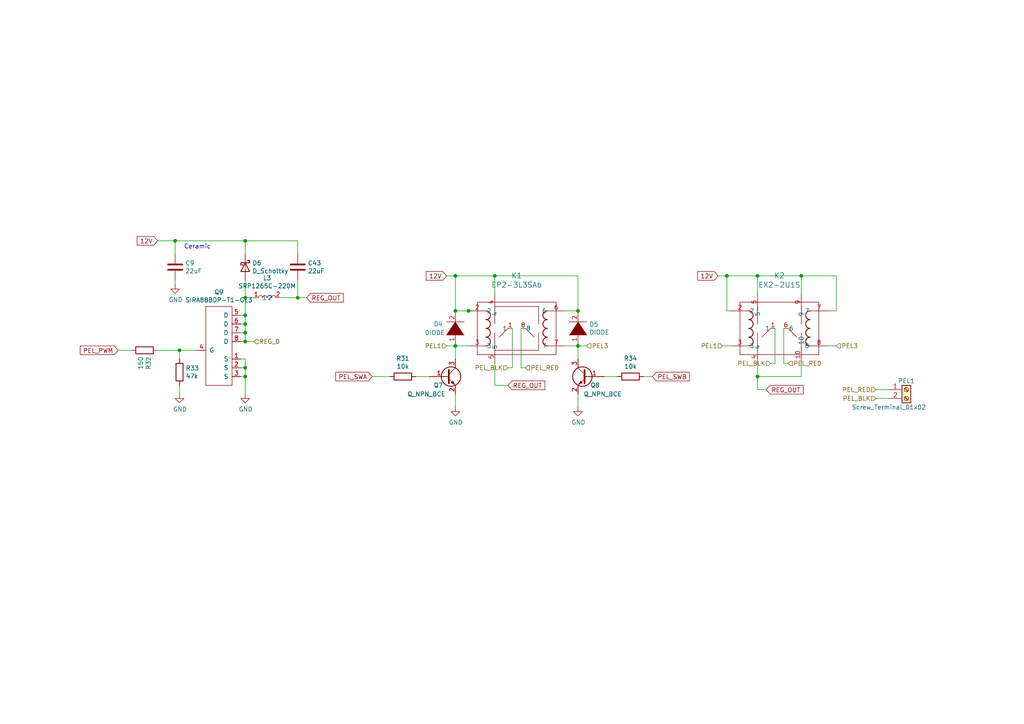
<source format=kicad_sch>
(kicad_sch (version 20211123) (generator eeschema)
  (paper "A4")
  (lib_symbols
    (symbol "Connector:Screw_Terminal_01x02" (pin_names (offset 1.016) hide)
      (property "Reference" "J" (at 0 2.54 0))
      (property "Value" "Screw_Terminal_01x02" (at 0 -5.08 0))
      (symbol "Screw_Terminal_01x02_1_1"
        (rectangle (start -1.27 1.27) (end 1.27 -3.81) (stroke (width 0.254)) (fill (type background)))
        (circle (center 0 -2.54) (radius 0.635) (stroke (width 0.1524)))
        (polyline (pts (xy -0.5334 -2.2098) (xy 0.3302 -3.048)) (stroke (width 0.1524)))
        (polyline (pts (xy -0.5334 0.3302) (xy 0.3302 -0.508)) (stroke (width 0.1524)))
        (polyline (pts (xy -0.3556 -2.032) (xy 0.508 -2.8702)) (stroke (width 0.1524)))
        (polyline (pts (xy -0.3556 0.508) (xy 0.508 -0.3302)) (stroke (width 0.1524)))
        (circle (center 0 0) (radius 0.635) (stroke (width 0.1524)))
        (pin passive line (at -5.08 0 0) (length 3.81) (name "Pin_1") (number "1"))
        (pin passive line (at -5.08 -2.54 0) (length 3.81) (name "Pin_2") (number "2"))
      )
    )
    (symbol "Device:C" (pin_numbers hide) (pin_names (offset 0.254))
      (property "Reference" "C" (at 0.635 2.54 0))
      (property "Value" "C" (at 0.635 -2.54 0))
      (symbol "C_0_1"
        (polyline (pts (xy -2.032 -0.762) (xy 2.032 -0.762)) (stroke (width 0.508)))
        (polyline (pts (xy -2.032 0.762) (xy 2.032 0.762)) (stroke (width 0.508)))
      )
      (symbol "C_1_1"
        (pin passive line (at 0 3.81 270) (length 2.794) (name "~") (number "1"))
        (pin passive line (at 0 -3.81 90) (length 2.794) (name "~") (number "2"))
      )
    )
    (symbol "Device:D_Schottky" (pin_numbers hide) (pin_names (offset 1.016) hide)
      (property "Reference" "D" (at 0 2.54 0))
      (property "Value" "D_Schottky" (at 0 -2.54 0))
      (symbol "D_Schottky_0_1"
        (polyline (pts (xy 1.27 0) (xy -1.27 0)))
        (polyline (pts (xy 1.27 1.27) (xy 1.27 -1.27) (xy -1.27 0) (xy 1.27 1.27)) (stroke (width 0.254)))
        (polyline (pts (xy -1.905 0.635) (xy -1.905 1.27) (xy -1.27 1.27) (xy -1.27 -1.27) (xy -0.635 -1.27) (xy -0.635 -0.635)) (stroke (width 0.254)))
      )
      (symbol "D_Schottky_1_1"
        (pin passive line (at -3.81 0 0) (length 2.54) (name "K") (number "1"))
        (pin passive line (at 3.81 0 180) (length 2.54) (name "A") (number "2"))
      )
    )
    (symbol "Device:Q_NPN_BEC" (pin_names (offset 0) hide)
      (property "Reference" "Q" (at 5.08 1.27 0))
      (property "Value" "Q_NPN_BEC" (at 5.08 -1.27 0))
      (symbol "Q_NPN_BEC_0_1"
        (polyline (pts (xy 0.635 0.635) (xy 2.54 2.54)))
        (polyline (pts (xy 0.635 -0.635) (xy 2.54 -2.54) (xy 2.54 -2.54)))
        (polyline (pts (xy 0.635 1.905) (xy 0.635 -1.905) (xy 0.635 -1.905)) (stroke (width 0.508)))
        (polyline (pts (xy 1.27 -1.778) (xy 1.778 -1.27) (xy 2.286 -2.286) (xy 1.27 -1.778) (xy 1.27 -1.778)) (fill (type outline)))
        (circle (center 1.27 0) (radius 2.8194) (stroke (width 0.254)))
      )
      (symbol "Q_NPN_BEC_1_1"
        (pin input line (at -5.08 0 0) (length 5.715) (name "B") (number "1"))
        (pin passive line (at 2.54 -5.08 90) (length 2.54) (name "E") (number "2"))
        (pin passive line (at 2.54 5.08 270) (length 2.54) (name "C") (number "3"))
      )
    )
    (symbol "Device:R" (pin_numbers hide) (pin_names (offset 0))
      (property "Reference" "R" (at 2.032 0 90))
      (property "Value" "R" (at 0 0 90))
      (symbol "R_0_1"
        (rectangle (start -1.016 -2.54) (end 1.016 2.54) (stroke (width 0.254)))
      )
      (symbol "R_1_1"
        (pin passive line (at 0 3.81 270) (length 1.27) (name "~") (number "1"))
        (pin passive line (at 0 -3.81 90) (length 1.27) (name "~") (number "2"))
      )
    )
    (symbol "Ninja-qPCR:EP2-3L3SAb" (pin_names (offset 0.254))
      (property "Reference" "K" (at 12.7 21.59 0))
      (property "Value" "Ninja-qPCR_EP2-3L3SAb" (at 12.7 19.05 0))
      (symbol "EP2-3L3SAb_1_1"
        (polyline (pts (xy 2.54 -12.7) (xy 2.54 2.54)))
        (polyline (pts (xy 2.54 2.54) (xy 25.4 2.54)))
        (polyline (pts (xy 7.62 -6.35) (xy 7.62 -11.43)))
        (polyline (pts (xy 7.62 -3.81) (xy 7.62 1.27)))
        (polyline (pts (xy 8.89 -7.62) (xy 11.43 -5.08)))
        (polyline (pts (xy 19.05 -7.62) (xy 16.51 -5.08)))
        (polyline (pts (xy 20.32 -6.35) (xy 20.32 -11.43)))
        (polyline (pts (xy 20.32 -3.81) (xy 20.32 1.27)))
        (polyline (pts (xy 25.4 -12.7) (xy 2.54 -12.7)))
        (polyline (pts (xy 25.4 2.54) (xy 25.4 -12.7)))
        (arc (start 5.08 -10.16) (mid 6.35 -8.89) (end 5.08 -7.62) (stroke (width 0.254)))
        (arc (start 5.08 -7.62) (mid 6.35 -6.35) (end 5.08 -5.08) (stroke (width 0.254)))
        (arc (start 5.08 -5.08) (mid 6.35 -3.81) (end 5.08 -2.54) (stroke (width 0.254)))
        (arc (start 5.08 -2.54) (mid 6.35 -1.27) (end 5.08 0) (stroke (width 0.254)))
        (rectangle (start 20.32 -11.43) (end 7.62 -11.43))
        (rectangle (start 20.32 1.27) (end 7.62 1.27))
        (arc (start 22.86 -7.62) (mid 21.59 -8.89) (end 22.86 -10.16) (stroke (width 0.254)))
        (arc (start 22.86 -5.08) (mid 21.59 -6.35) (end 22.86 -7.62) (stroke (width 0.254)))
        (arc (start 22.86 -2.54) (mid 21.59 -3.81) (end 22.86 -5.08) (stroke (width 0.254)))
        (arc (start 22.86 0) (mid 21.59 -1.27) (end 22.86 -2.54) (stroke (width 0.254)))
        (pin bidirectional line (at 12.7 -5.08 180) (length 1.1938) (name "1") (number "1"))
        (pin bidirectional line (at 0 0 0) (length 5.0038) (name "2") (number "2"))
        (pin bidirectional line (at 0 -10.16 0) (length 5.0038) (name "3") (number "3"))
        (pin bidirectional line (at 7.62 5.08 270) (length 5.0038) (name "4") (number "4"))
        (pin bidirectional line (at 7.62 -15.24 90) (length 3.81) (name "5") (number "5"))
        (pin bidirectional line (at 27.94 0 180) (length 5.0038) (name "6") (number "6"))
        (pin bidirectional line (at 27.94 -10.16 180) (length 5.0038) (name "7") (number "7"))
        (pin bidirectional line (at 15.24 -5.08 0) (length 1.1938) (name "8") (number "8"))
      )
    )
    (symbol "Ninja-qPCR:EX2-2U1S" (pin_names (offset 0.254))
      (property "Reference" "K" (at 12.7 21.59 0))
      (property "Value" "Ninja-qPCR_EX2-2U1S" (at 12.7 19.05 0))
      (symbol "EX2-2U1S_1_1"
        (polyline (pts (xy 2.54 -12.7) (xy 2.54 2.54)))
        (polyline (pts (xy 2.54 2.54) (xy 25.4 2.54)))
        (polyline (pts (xy 7.62 -6.35) (xy 7.62 -11.43)))
        (polyline (pts (xy 7.62 -3.81) (xy 7.62 1.27)))
        (polyline (pts (xy 8.89 -7.62) (xy 11.43 -5.08)))
        (polyline (pts (xy 19.05 -7.62) (xy 16.51 -5.08)))
        (polyline (pts (xy 20.32 -6.35) (xy 20.32 -11.43)))
        (polyline (pts (xy 20.32 -3.81) (xy 20.32 1.27)))
        (polyline (pts (xy 25.4 -12.7) (xy 2.54 -12.7)))
        (polyline (pts (xy 25.4 2.54) (xy 25.4 -12.7)))
        (arc (start 5.08 -10.16) (mid 6.35 -8.89) (end 5.08 -7.62) (stroke (width 0.254)))
        (arc (start 5.08 -7.62) (mid 6.35 -6.35) (end 5.08 -5.08) (stroke (width 0.254)))
        (arc (start 5.08 -5.08) (mid 6.35 -3.81) (end 5.08 -2.54) (stroke (width 0.254)))
        (arc (start 5.08 -2.54) (mid 6.35 -1.27) (end 5.08 0) (stroke (width 0.254)))
        (arc (start 22.86 -7.62) (mid 21.59 -8.89) (end 22.86 -10.16) (stroke (width 0.254)))
        (arc (start 22.86 -5.08) (mid 21.59 -6.35) (end 22.86 -7.62) (stroke (width 0.254)))
        (arc (start 22.86 -2.54) (mid 21.59 -3.81) (end 22.86 -5.08) (stroke (width 0.254)))
        (arc (start 22.86 0) (mid 21.59 -1.27) (end 22.86 -2.54) (stroke (width 0.254)))
        (pin bidirectional line (at 12.7 -5.08 180) (length 1.1938) (name "1") (number "1"))
        (pin bidirectional line (at 20.32 -15.24 90) (length 5.08) (name "10") (number "10"))
        (pin bidirectional line (at 0 0 0) (length 5.0038) (name "2") (number "2"))
        (pin bidirectional line (at 0 -10.16 0) (length 5.0038) (name "3") (number "3"))
        (pin bidirectional line (at 7.62 -15.24 90) (length 3.81) (name "4") (number "4"))
        (pin bidirectional line (at 7.62 5.08 270) (length 5.0038) (name "5") (number "5"))
        (pin bidirectional line (at 15.24 -5.08 0) (length 1.1938) (name "6") (number "6"))
        (pin bidirectional line (at 27.94 0 180) (length 5.0038) (name "7") (number "7"))
        (pin bidirectional line (at 27.94 -10.16 180) (length 5.0038) (name "8") (number "8"))
        (pin bidirectional line (at 20.32 5.08 270) (length 5.08) (name "9") (number "9"))
      )
    )
    (symbol "Ninja-qPCR:SIRA88BDP-T1-GE3" (pin_names (offset 1.016))
      (property "Reference" "Q" (at 0 13.97 0))
      (property "Value" "Ninja-qPCR_SIRA88BDP-T1-GE3" (at 0 11.43 0))
      (symbol "SIRA88BDP-T1-GE3_0_1"
        (rectangle (start 3.81 10.16) (end -3.81 -12.7))
      )
      (symbol "SIRA88BDP-T1-GE3_1_1"
        (pin passive line (at 6.35 -5.08 180) (length 2.54) (name "S") (number "1"))
        (pin passive line (at 6.35 -7.62 180) (length 2.54) (name "S") (number "2"))
        (pin passive line (at 6.35 -10.16 180) (length 2.54) (name "S") (number "3"))
        (pin input line (at -6.35 -2.54 0) (length 2.54) (name "G") (number "4"))
        (pin passive line (at 6.35 7.62 180) (length 2.54) (name "D") (number "5"))
        (pin passive line (at 6.35 5.08 180) (length 2.54) (name "D") (number "6"))
        (pin passive line (at 6.35 2.54 180) (length 2.54) (name "D") (number "7"))
        (pin passive line (at 6.35 0 180) (length 2.54) (name "D") (number "8"))
      )
    )
    (symbol "Ninja-qPCR:SRP1265C-220M" (pin_names (offset 1.016))
      (property "Reference" "L" (at 0 5.08 0))
      (property "Value" "Ninja-qPCR_SRP1265C-220M" (at 0 2.54 0))
      (symbol "SRP1265C-220M_1_1"
        (arc (start -1.27 0) (mid -1.905 0.635) (end -2.54 0))
        (arc (start 0 0) (mid -0.635 0.635) (end -1.27 0))
        (arc (start 1.27 0) (mid 0.635 0.635) (end 0 0))
        (arc (start 2.54 0) (mid 1.905 0.635) (end 1.27 0))
        (pin passive line (at -3.81 0 0) (length 1.27) (name "1") (number "1"))
        (pin passive line (at 3.81 0 180) (length 1.27) (name "2") (number "2"))
      )
    )
    (symbol "power:GND" (power) (pin_names (offset 0))
      (property "Value" "GND" (at 0 -3.81 0))
      (symbol "GND_0_1"
        (polyline (pts (xy 0 0) (xy 0 -1.27) (xy 1.27 -1.27) (xy 0 -2.54) (xy -1.27 -1.27) (xy 0 -1.27)))
      )
      (symbol "GND_1_1"
        (pin power_in line (at 0 0 270) (length 0) hide (name "GND") (number "1"))
      )
    )
    (symbol "pspice:DIODE" (pin_names (offset 1.016) hide)
      (property "Reference" "D" (at 0 3.81 0))
      (property "Value" "DIODE" (at 0 -4.445 0))
      (symbol "DIODE_0_1"
        (polyline (pts (xy 1.905 2.54) (xy 1.905 -2.54)))
        (polyline (pts (xy -1.905 2.54) (xy -1.905 -2.54) (xy 1.905 0)) (fill (type outline)))
      )
      (symbol "DIODE_1_1"
        (pin input line (at -5.08 0 0) (length 3.81) (name "K") (number "1"))
        (pin input line (at 5.08 0 180) (length 3.81) (name "A") (number "2"))
      )
    )
  )
  (junction (at 143.51 80.01))
  (junction (at 86.36 86.36))
  (junction (at 219.71 80.01))
  (junction (at 71.12 86.36))
  (junction (at 71.12 93.98))
  (junction (at 219.71 109.22))
  (junction (at 135.89 90.17))
  (junction (at 52.07 101.6))
  (junction (at 232.41 80.01))
  (junction (at 132.08 100.33))
  (junction (at 71.12 99.06))
  (junction (at 167.64 100.33))
  (junction (at 50.8 69.85))
  (junction (at 132.08 90.17))
  (junction (at 71.12 91.44))
  (junction (at 71.12 109.22))
  (junction (at 210.82 80.01))
  (junction (at 71.12 106.68))
  (junction (at 71.12 96.52))
  (junction (at 167.64 90.17))
  (junction (at 71.12 69.85))
  (junction (at 132.08 80.01))
  (wire (pts (xy 73.66 86.36) (xy 71.12 86.36)))
  (wire (pts (xy 69.85 109.22) (xy 71.12 109.22)))
  (wire (pts (xy 242.57 80.01) (xy 242.57 90.17)))
  (wire (pts (xy 232.41 80.01) (xy 242.57 80.01)))
  (wire (pts (xy 71.12 69.85) (xy 71.12 73.66)))
  (wire (pts (xy 113.03 109.22) (xy 107.95 109.22)))
  (wire (pts (xy 50.8 69.85) (xy 50.8 73.66)))
  (wire (pts (xy 232.41 109.22) (xy 219.71 109.22)))
  (wire (pts (xy 219.71 113.03) (xy 222.25 113.03)))
  (wire (pts (xy 69.85 106.68) (xy 71.12 106.68)))
  (wire (pts (xy 69.85 104.14) (xy 71.12 104.14)))
  (wire (pts (xy 71.12 91.44) (xy 71.12 93.98)))
  (wire (pts (xy 219.71 105.41) (xy 219.71 109.22)))
  (wire (pts (xy 50.8 69.85) (xy 71.12 69.85)))
  (wire (pts (xy 143.51 80.01) (xy 132.08 80.01)))
  (wire (pts (xy 179.07 109.22) (xy 175.26 109.22)))
  (wire (pts (xy 45.72 69.85) (xy 50.8 69.85)))
  (wire (pts (xy 132.08 114.3) (xy 132.08 118.11)))
  (wire (pts (xy 52.07 114.3) (xy 52.07 111.76)))
  (wire (pts (xy 143.51 80.01) (xy 143.51 85.09)))
  (wire (pts (xy 208.28 80.01) (xy 210.82 80.01)))
  (wire (pts (xy 71.12 99.06) (xy 73.66 99.06)))
  (wire (pts (xy 167.64 80.01) (xy 143.51 80.01)))
  (wire (pts (xy 148.59 95.25) (xy 148.59 106.68)))
  (wire (pts (xy 209.55 100.33) (xy 212.09 100.33)))
  (wire (pts (xy 143.51 105.41) (xy 143.51 111.76)))
  (wire (pts (xy 69.85 96.52) (xy 71.12 96.52)))
  (wire (pts (xy 45.72 101.6) (xy 52.07 101.6)))
  (wire (pts (xy 240.03 90.17) (xy 242.57 90.17)))
  (wire (pts (xy 129.54 100.33) (xy 132.08 100.33)))
  (wire (pts (xy 224.79 105.41) (xy 223.52 105.41)))
  (wire (pts (xy 167.64 80.01) (xy 167.64 90.17)))
  (wire (pts (xy 71.12 93.98) (xy 71.12 96.52)))
  (wire (pts (xy 147.32 106.68) (xy 148.59 106.68)))
  (wire (pts (xy 88.9 86.36) (xy 86.36 86.36)))
  (wire (pts (xy 227.33 105.41) (xy 228.6 105.41)))
  (wire (pts (xy 219.71 109.22) (xy 219.71 113.03)))
  (wire (pts (xy 227.33 95.25) (xy 227.33 105.41)))
  (wire (pts (xy 71.12 106.68) (xy 71.12 109.22)))
  (wire (pts (xy 135.89 90.17) (xy 132.08 90.17)))
  (wire (pts (xy 151.13 95.25) (xy 151.13 106.68)))
  (wire (pts (xy 167.64 100.33) (xy 170.18 100.33)))
  (wire (pts (xy 152.4 106.68) (xy 151.13 106.68)))
  (wire (pts (xy 34.29 101.6) (xy 38.1 101.6)))
  (wire (pts (xy 219.71 80.01) (xy 232.41 80.01)))
  (wire (pts (xy 69.85 91.44) (xy 71.12 91.44)))
  (wire (pts (xy 210.82 90.17) (xy 212.09 90.17)))
  (wire (pts (xy 86.36 86.36) (xy 81.28 86.36)))
  (wire (pts (xy 86.36 69.85) (xy 71.12 69.85)))
  (wire (pts (xy 167.64 100.33) (xy 167.64 104.14)))
  (wire (pts (xy 137.16 90.17) (xy 135.89 90.17)))
  (wire (pts (xy 71.12 99.06) (xy 69.85 99.06)))
  (wire (pts (xy 186.69 109.22) (xy 189.23 109.22)))
  (wire (pts (xy 132.08 80.01) (xy 132.08 90.17)))
  (wire (pts (xy 210.82 80.01) (xy 210.82 90.17)))
  (wire (pts (xy 232.41 80.01) (xy 232.41 85.09)))
  (wire (pts (xy 50.8 82.55) (xy 50.8 81.28)))
  (wire (pts (xy 232.41 105.41) (xy 232.41 109.22)))
  (wire (pts (xy 224.79 95.25) (xy 224.79 105.41)))
  (wire (pts (xy 124.46 109.22) (xy 120.65 109.22)))
  (wire (pts (xy 219.71 80.01) (xy 219.71 85.09)))
  (wire (pts (xy 257.81 113.03) (xy 254 113.03)))
  (wire (pts (xy 71.12 86.36) (xy 71.12 91.44)))
  (wire (pts (xy 132.08 80.01) (xy 129.54 80.01)))
  (wire (pts (xy 86.36 81.28) (xy 86.36 86.36)))
  (wire (pts (xy 163.83 90.17) (xy 167.64 90.17)))
  (wire (pts (xy 167.64 100.33) (xy 163.83 100.33)))
  (wire (pts (xy 69.85 93.98) (xy 71.12 93.98)))
  (wire (pts (xy 71.12 109.22) (xy 71.12 114.3)))
  (wire (pts (xy 135.89 100.33) (xy 132.08 100.33)))
  (wire (pts (xy 86.36 73.66) (xy 86.36 69.85)))
  (wire (pts (xy 143.51 111.76) (xy 147.32 111.76)))
  (wire (pts (xy 132.08 100.33) (xy 132.08 104.14)))
  (wire (pts (xy 71.12 81.28) (xy 71.12 86.36)))
  (wire (pts (xy 71.12 104.14) (xy 71.12 106.68)))
  (wire (pts (xy 167.64 114.3) (xy 167.64 118.11)))
  (wire (pts (xy 71.12 96.52) (xy 71.12 99.06)))
  (wire (pts (xy 240.03 100.33) (xy 242.57 100.33)))
  (wire (pts (xy 52.07 104.14) (xy 52.07 101.6)))
  (wire (pts (xy 257.81 115.57) (xy 254 115.57)))
  (wire (pts (xy 210.82 80.01) (xy 219.71 80.01)))
  (wire (pts (xy 52.07 101.6) (xy 57.15 101.6)))
  (text "Ceramic" (at 53.34 72.39 0) (effects (font (size 1.27 1.27)) (justify left bottom)))
  (global_label "PEL_SWB" (shape input) (at 189.23 109.22 0) (property "Intersheet References" "${INTERSHEET_REFS}" (effects hide)))
  (global_label "12V" (shape input) (at 45.72 69.85 180) (property "Intersheet References" "${INTERSHEET_REFS}" (effects hide)))
  (global_label "REG_OUT" (shape input) (at 88.9 86.36 0) (property "Intersheet References" "${INTERSHEET_REFS}" (effects hide)))
  (global_label "REG_OUT" (shape input) (at 222.25 113.03 0) (property "Intersheet References" "${INTERSHEET_REFS}" (effects hide)))
  (global_label "12V" (shape input) (at 208.28 80.01 180) (property "Intersheet References" "${INTERSHEET_REFS}" (effects hide)))
  (global_label "REG_OUT" (shape input) (at 147.32 111.76 0) (property "Intersheet References" "${INTERSHEET_REFS}" (effects hide)))
  (global_label "PEL_PWM" (shape input) (at 34.29 101.6 180) (property "Intersheet References" "${INTERSHEET_REFS}" (effects hide)))
  (global_label "12V" (shape input) (at 129.54 80.01 180) (property "Intersheet References" "${INTERSHEET_REFS}" (effects hide)))
  (global_label "PEL_SWA" (shape input) (at 107.95 109.22 180) (property "Intersheet References" "${INTERSHEET_REFS}" (effects hide)))
  (hierarchical_label "PEL3" (shape input) (at 242.57 100.33 0))
  (hierarchical_label "PEL_BLK" (shape input) (at 254 115.57 180))
  (hierarchical_label "PEL1" (shape input) (at 129.54 100.33 180))
  (hierarchical_label "PEL1" (shape input) (at 209.55 100.33 180))
  (hierarchical_label "REG_D" (shape input) (at 73.66 99.06 0))
  (hierarchical_label "PEL_BLK" (shape input) (at 147.32 106.68 180))
  (hierarchical_label "PEL3" (shape input) (at 170.18 100.33 0))
  (hierarchical_label "PEL_RED" (shape input) (at 152.4 106.68 0))
  (hierarchical_label "PEL_RED" (shape input) (at 228.6 105.41 0))
  (hierarchical_label "PEL_BLK" (shape input) (at 223.52 105.41 180))
  (hierarchical_label "PEL_RED" (shape input) (at 254 113.03 180))
  (symbol (lib_id "pspice:DIODE") (at 167.64 95.25 90) (unit 1)
    (property "Reference" "D5" (at 170.8912 94.0816 90) (effects (justify right)))
    (property "Value" "DIODE" (at 170.8912 96.393 90) (effects (justify right)))
    (property "Footprint" "Diodes_SMD:D_SMA" (effects hide))
  )
  (symbol (lib_id "pspice:DIODE") (at 132.08 95.25 270) (mirror x) (unit 1)
    (property "Reference" "D4" (at 125.73 93.98 90) (effects (justify left)))
    (property "Value" "DIODE" (at 123.19 96.52 90) (effects (justify left)))
    (property "Footprint" "Diodes_SMD:D_SMA" (effects hide))
  )
  (symbol (lib_id "Connector:Screw_Terminal_01x02") (at 262.89 113.03 0) (unit 1)
    (property "Reference" "PEL1" (at 262.89 110.49 0))
    (property "Value" "Screw_Terminal_01x02" (at 257.81 118.11 0))
    (property "Footprint" "Ninja-qPCR:TB_SeeedOPL_320110028" (effects hide))
  )
  (symbol (lib_id "Device:Q_NPN_BEC") (at 129.54 109.22 0) (unit 1)
    (property "Reference" "Q7" (at 125.73 111.76 0) (effects (justify left)))
    (property "Value" "Q_NPN_BCE" (at 118.11 114.3 0) (effects (justify left)))
    (property "Footprint" "Package_TO_SOT_SMD:SOT-23" (effects hide))
  )
  (symbol (lib_id "Device:R") (at 182.88 109.22 270) (unit 1)
    (property "Reference" "R34" (at 182.88 103.9622 90))
    (property "Value" "10k" (at 182.88 106.2736 90))
    (property "Footprint" "Resistor_SMD:R_0603_1608Metric" (effects hide))
  )
  (symbol (lib_id "Device:Q_NPN_BEC") (at 170.18 109.22 0) (mirror y) (unit 1)
    (property "Reference" "Q8" (at 173.99 111.76 0) (effects (justify left)))
    (property "Value" "Q_NPN_BCE" (at 180.34 114.3 0) (effects (justify left)))
    (property "Footprint" "Package_TO_SOT_SMD:SOT-23" (effects hide))
  )
  (symbol (lib_id "power:GND") (at 132.08 118.11 0) (unit 1)
    (property "Reference" "#PWR0109" (effects hide))
    (property "Value" "GND" (at 132.207 122.5042 0))
  )
  (symbol (lib_id "Device:R") (at 116.84 109.22 270) (unit 1)
    (property "Reference" "R31" (at 116.84 103.9622 90))
    (property "Value" "10k" (at 116.84 106.2736 90))
    (property "Footprint" "Resistor_SMD:R_0603_1608Metric" (effects hide))
  )
  (symbol (lib_id "Ninja-qPCR:EP2-3L3SAb") (at 135.89 90.17 0) (unit 1)
    (property "Reference" "K1" (at 149.86 79.9338 0) (effects (font (size 1.524 1.524))))
    (property "Value" "EP2-3L3SAb" (at 149.86 82.6262 0) (effects (font (size 1.524 1.524))))
    (property "Footprint" "Ninja-qPCR:EP2-3L3SAb" (effects hide))
  )
  (symbol (lib_id "Ninja-qPCR:EX2-2U1S") (at 212.09 90.17 0) (unit 1)
    (property "Reference" "K2" (at 226.06 79.9338 0) (effects (font (size 1.524 1.524))))
    (property "Value" "EX2-2U1S" (at 226.06 82.6262 0) (effects (font (size 1.524 1.524))))
    (property "Footprint" "Ninja-qPCR:EX2-2U1S" (effects hide))
  )
  (symbol (lib_id "power:GND") (at 167.64 118.11 0) (unit 1)
    (property "Reference" "#PWR0112" (effects hide))
    (property "Value" "GND" (at 167.767 122.5042 0))
  )
  (symbol (lib_id "Ninja-qPCR:SRP1265C-220M") (at 77.47 86.36 0) (unit 1)
    (property "Reference" "L3" (at 77.47 80.645 0))
    (property "Value" "SRP1265C-220M" (at 77.47 82.9564 0))
    (property "Footprint" "Ninja-qPCR:SRP1265C" (effects hide))
    (property "Datasheet" "https://www.digikey.com/en/products/detail/bourns-inc/srp1265c-220m/11633469" (effects hide))
  )
  (symbol (lib_id "power:GND") (at 52.07 114.3 0) (unit 1)
    (property "Reference" "#PWR0101" (effects hide))
    (property "Value" "GND" (at 52.197 118.6942 0))
  )
  (symbol (lib_id "Device:R") (at 52.07 107.95 0) (unit 1)
    (property "Reference" "R33" (at 53.848 106.7816 0) (effects (justify left)))
    (property "Value" "47k" (at 53.848 109.093 0) (effects (justify left)))
    (property "Footprint" "Resistor_SMD:R_0603_1608Metric" (effects hide))
  )
  (symbol (lib_id "Ninja-qPCR:SIRA88BDP-T1-GE3") (at 63.5 99.06 0) (unit 1)
    (property "Reference" "Q9" (at 63.5 84.709 0))
    (property "Value" "SIRA88BDP-T1-GE3" (at 63.5 87.0204 0))
    (property "Footprint" "Ninja-qPCR:PowerPAK_SO-8_Long" (effects hide))
    (property "Datasheet" "https://www.digikey.com/en/products/detail/vishay-siliconix/SIRA88BDP-T1-GE3/10321634?s=N4IgTCBcDaIMoEkBKBBAHGgQgEQAogF0BfIA" (effects hide))
  )
  (symbol (lib_id "power:GND") (at 50.8 82.55 0) (unit 1)
    (property "Reference" "#PWR0102" (effects hide))
    (property "Value" "GND" (at 50.927 86.9442 0))
  )
  (symbol (lib_id "Device:C") (at 50.8 77.47 0) (unit 1)
    (property "Reference" "C9" (at 53.721 76.3016 0) (effects (justify left)))
    (property "Value" "22uF" (at 53.721 78.613 0) (effects (justify left)))
    (property "Footprint" "Capacitor_SMD:C_1210_3225Metric" (effects hide))
  )
  (symbol (lib_id "Device:C") (at 86.36 77.47 0) (unit 1)
    (property "Reference" "C43" (at 89.281 76.3016 0) (effects (justify left)))
    (property "Value" "22uF" (at 89.281 78.613 0) (effects (justify left)))
    (property "Footprint" "Capacitor_SMD:C_1210_3225Metric" (effects hide))
  )
  (symbol (lib_id "Device:D_Schottky") (at 71.12 77.47 270) (unit 1)
    (property "Reference" "D6" (at 73.152 76.3016 90) (effects (justify left)))
    (property "Value" "D_Schottky" (at 73.152 78.613 90) (effects (justify left)))
    (property "Footprint" "Ninja-qPCR:MSS1P3L-M3&slash_89A" (effects hide))
  )
  (symbol (lib_id "power:GND") (at 71.12 114.3 0) (unit 1)
    (property "Reference" "#PWR0103" (effects hide))
    (property "Value" "GND" (at 71.247 118.6942 0))
  )
  (symbol (lib_id "Device:R") (at 41.91 101.6 270) (unit 1)
    (property "Reference" "R32" (at 43.0784 103.378 0) (effects (justify left)))
    (property "Value" "150" (at 40.767 103.378 0) (effects (justify left)))
    (property "Footprint" "Resistor_SMD:R_0603_1608Metric" (effects hide))
  )
)
</source>
